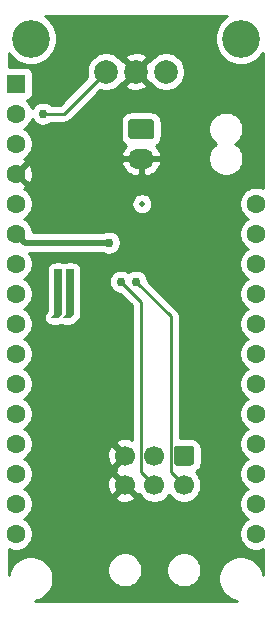
<source format=gbr>
%TF.GenerationSoftware,KiCad,Pcbnew,(5.1.10)-1*%
%TF.CreationDate,2021-08-19T13:56:03-06:00*%
%TF.ProjectId,Remote Ocean Acidification Monitor,52656d6f-7465-4204-9f63-65616e204163,rev?*%
%TF.SameCoordinates,Original*%
%TF.FileFunction,Copper,L2,Bot*%
%TF.FilePolarity,Positive*%
%FSLAX46Y46*%
G04 Gerber Fmt 4.6, Leading zero omitted, Abs format (unit mm)*
G04 Created by KiCad (PCBNEW (5.1.10)-1) date 2021-08-19 13:56:03*
%MOMM*%
%LPD*%
G01*
G04 APERTURE LIST*
%TA.AperFunction,SMDPad,CuDef*%
%ADD10C,0.100000*%
%TD*%
%TA.AperFunction,ComponentPad*%
%ADD11O,2.200000X1.700000*%
%TD*%
%TA.AperFunction,ComponentPad*%
%ADD12C,1.700000*%
%TD*%
%TA.AperFunction,ComponentPad*%
%ADD13C,1.600000*%
%TD*%
%TA.AperFunction,ComponentPad*%
%ADD14R,1.600000X1.600000*%
%TD*%
%TA.AperFunction,WasherPad*%
%ADD15C,3.200000*%
%TD*%
%TA.AperFunction,ComponentPad*%
%ADD16C,2.000000*%
%TD*%
%TA.AperFunction,SMDPad,CuDef*%
%ADD17C,0.500000*%
%TD*%
%TA.AperFunction,ViaPad*%
%ADD18C,0.762000*%
%TD*%
%TA.AperFunction,Conductor*%
%ADD19C,0.508000*%
%TD*%
%TA.AperFunction,Conductor*%
%ADD20C,0.254000*%
%TD*%
%TA.AperFunction,Conductor*%
%ADD21C,0.100000*%
%TD*%
G04 APERTURE END LIST*
%TA.AperFunction,SMDPad,CuDef*%
D10*
%TO.P,REF\u002A\u002A,1*%
%TO.N,N/C*%
G36*
X132129039Y-104657755D02*
G01*
X132126194Y-104667134D01*
X132121573Y-104675779D01*
X132115355Y-104683355D01*
X131861355Y-104937355D01*
X131853779Y-104943573D01*
X131845134Y-104948194D01*
X131835755Y-104951039D01*
X131826000Y-104952000D01*
X131318000Y-104952000D01*
X131308245Y-104951039D01*
X131298866Y-104948194D01*
X131290221Y-104943573D01*
X131282645Y-104937355D01*
X131276427Y-104929779D01*
X131271806Y-104921134D01*
X131268961Y-104911755D01*
X131268000Y-104902000D01*
X131268961Y-104892245D01*
X131271806Y-104882866D01*
X131276427Y-104874221D01*
X131282645Y-104866645D01*
X131522000Y-104627290D01*
X131522000Y-100838000D01*
X131522961Y-100828245D01*
X131525806Y-100818866D01*
X131530427Y-100810221D01*
X131536645Y-100802645D01*
X131544221Y-100796427D01*
X131552866Y-100791806D01*
X131562245Y-100788961D01*
X131572000Y-100788000D01*
X132080000Y-100788000D01*
X132089755Y-100788961D01*
X132099134Y-100791806D01*
X132107779Y-100796427D01*
X132115355Y-100802645D01*
X132121573Y-100810221D01*
X132126194Y-100818866D01*
X132129039Y-100828245D01*
X132130000Y-100838000D01*
X132130000Y-104648000D01*
X132129039Y-104657755D01*
G37*
%TD.AperFunction*%
%TA.AperFunction,SMDPad,CuDef*%
%TO.P,REF\u002A\u002A,2*%
G36*
X133145039Y-104657755D02*
G01*
X133142194Y-104667134D01*
X133137573Y-104675779D01*
X133131355Y-104683355D01*
X132877355Y-104937355D01*
X132869779Y-104943573D01*
X132861134Y-104948194D01*
X132851755Y-104951039D01*
X132842000Y-104952000D01*
X132334000Y-104952000D01*
X132324245Y-104951039D01*
X132314866Y-104948194D01*
X132306221Y-104943573D01*
X132298645Y-104937355D01*
X132292427Y-104929779D01*
X132287806Y-104921134D01*
X132284961Y-104911755D01*
X132284000Y-104902000D01*
X132284961Y-104892245D01*
X132287806Y-104882866D01*
X132292427Y-104874221D01*
X132298645Y-104866645D01*
X132538000Y-104627290D01*
X132538000Y-100838000D01*
X132538961Y-100828245D01*
X132541806Y-100818866D01*
X132546427Y-100810221D01*
X132552645Y-100802645D01*
X132560221Y-100796427D01*
X132568866Y-100791806D01*
X132578245Y-100788961D01*
X132588000Y-100788000D01*
X133096000Y-100788000D01*
X133105755Y-100788961D01*
X133115134Y-100791806D01*
X133123779Y-100796427D01*
X133131355Y-100802645D01*
X133137573Y-100810221D01*
X133142194Y-100818866D01*
X133145039Y-100828245D01*
X133146000Y-100838000D01*
X133146000Y-104648000D01*
X133145039Y-104657755D01*
G37*
%TD.AperFunction*%
%TD*%
D11*
%TO.P,J1,2*%
%TO.N,GND*%
X138870000Y-91440000D03*
%TO.P,J1,1*%
%TO.N,+VDC*%
%TA.AperFunction,ComponentPad*%
G36*
G01*
X137770000Y-89540000D02*
X137770000Y-88340000D01*
G75*
G02*
X138020000Y-88090000I250000J0D01*
G01*
X139720000Y-88090000D01*
G75*
G02*
X139970000Y-88340000I0J-250000D01*
G01*
X139970000Y-89540000D01*
G75*
G02*
X139720000Y-89790000I-250000J0D01*
G01*
X138020000Y-89790000D01*
G75*
G02*
X137770000Y-89540000I0J250000D01*
G01*
G37*
%TD.AperFunction*%
%TD*%
D12*
%TO.P,J2,6*%
%TO.N,GND*%
X137494000Y-119086000D03*
%TO.P,J2,5*%
%TO.N,/T1OUT*%
X139994000Y-119086000D03*
%TO.P,J2,4*%
%TO.N,/R1IN*%
X142494000Y-119086000D03*
%TO.P,J2,3*%
%TO.N,GND*%
X137494000Y-116586000D03*
%TO.P,J2,2*%
%TO.N,/T2OUT*%
X139994000Y-116586000D03*
%TO.P,J2,1*%
%TO.N,/R2IN*%
%TA.AperFunction,ComponentPad*%
G36*
G01*
X141894000Y-115736000D02*
X143094000Y-115736000D01*
G75*
G02*
X143344000Y-115986000I0J-250000D01*
G01*
X143344000Y-117186000D01*
G75*
G02*
X143094000Y-117436000I-250000J0D01*
G01*
X141894000Y-117436000D01*
G75*
G02*
X141644000Y-117186000I0J250000D01*
G01*
X141644000Y-115986000D01*
G75*
G02*
X141894000Y-115736000I250000J0D01*
G01*
G37*
%TD.AperFunction*%
%TD*%
D13*
%TO.P,A1,16*%
%TO.N,N/C*%
X128270000Y-123190000D03*
%TO.P,A1,15*%
%TO.N,/T1IN*%
X128270000Y-120650000D03*
%TO.P,A1,14*%
%TO.N,/R1OUT*%
X128270000Y-118110000D03*
%TO.P,A1,13*%
%TO.N,N/C*%
X128270000Y-115570000D03*
%TO.P,A1,12*%
X128270000Y-113030000D03*
%TO.P,A1,11*%
X128270000Y-110490000D03*
%TO.P,A1,10*%
X128270000Y-107950000D03*
%TO.P,A1,9*%
X128270000Y-105410000D03*
%TO.P,A1,8*%
X128270000Y-102870000D03*
%TO.P,A1,7*%
X128270000Y-100330000D03*
%TO.P,A1,6*%
%TO.N,/VBUS_LVL*%
X128270000Y-97790000D03*
%TO.P,A1,5*%
%TO.N,/VBATT_LVL*%
X128270000Y-95250000D03*
%TO.P,A1,4*%
%TO.N,GND*%
X128270000Y-92710000D03*
%TO.P,A1,3*%
%TO.N,N/C*%
X128270000Y-90170000D03*
%TO.P,A1,2*%
%TO.N,+3V3*%
X128270000Y-87630000D03*
D14*
%TO.P,A1,1*%
%TO.N,N/C*%
X128270000Y-85090000D03*
D13*
%TO.P,A1,28*%
X148590000Y-95250000D03*
%TO.P,A1,27*%
X148590000Y-97790000D03*
%TO.P,A1,26*%
%TO.N,VBUS*%
X148590000Y-100330000D03*
%TO.P,A1,25*%
%TO.N,N/C*%
X148590000Y-102870000D03*
%TO.P,A1,24*%
X148590000Y-105410000D03*
%TO.P,A1,23*%
%TO.N,/R2OUT*%
X148590000Y-107950000D03*
%TO.P,A1,22*%
%TO.N,/T2IN*%
X148590000Y-110490000D03*
%TO.P,A1,21*%
%TO.N,N/C*%
X148590000Y-113030000D03*
%TO.P,A1,20*%
X148590000Y-115570000D03*
%TO.P,A1,19*%
X148590000Y-118110000D03*
%TO.P,A1,18*%
X148590000Y-120650000D03*
%TO.P,A1,17*%
X148590000Y-123190000D03*
D15*
%TO.P,A1,*%
%TO.N,*%
X147320000Y-81280000D03*
X129540000Y-81280000D03*
%TD*%
D16*
%TO.P,U1,3*%
%TO.N,+4V*%
X140970000Y-84074000D03*
%TO.P,U1,2*%
%TO.N,GND*%
X138430000Y-84074000D03*
%TO.P,U1,1*%
%TO.N,+VDC*%
X135890000Y-84074000D03*
%TD*%
D17*
%TO.P,FID1,*%
%TO.N,*%
X138938000Y-95250000D03*
%TD*%
D18*
%TO.N,+VDC*%
X130556000Y-87630000D03*
%TO.N,GND*%
X138176000Y-98806000D03*
X130556000Y-97028000D03*
%TO.N,/R1IN*%
X138430000Y-101854000D03*
%TO.N,/T1OUT*%
X137160000Y-101854000D03*
%TO.N,/VBUS_LVL*%
X136144000Y-98552000D03*
%TD*%
D19*
%TO.N,+VDC*%
X138870000Y-88940000D02*
X138870000Y-88832000D01*
D20*
X132334000Y-87630000D02*
X135890000Y-84074000D01*
X130556000Y-87630000D02*
X132334000Y-87630000D01*
%TO.N,/R1IN*%
X141364590Y-117956590D02*
X142494000Y-119086000D01*
X141364590Y-104788590D02*
X141364590Y-117956590D01*
X138430000Y-101854000D02*
X141364590Y-104788590D01*
%TO.N,/T1OUT*%
X138864599Y-117956599D02*
X139994000Y-119086000D01*
X138864599Y-103558599D02*
X138864599Y-117956599D01*
X137160000Y-101854000D02*
X138864599Y-103558599D01*
D19*
%TO.N,/VBUS_LVL*%
X129032000Y-98552000D02*
X128270000Y-97790000D01*
X136144000Y-98552000D02*
X129032000Y-98552000D01*
%TD*%
D20*
%TO.N,GND*%
X145895271Y-79543962D02*
X145583962Y-79855271D01*
X145339369Y-80221331D01*
X145170890Y-80628075D01*
X145085000Y-81059872D01*
X145085000Y-81500128D01*
X145170890Y-81931925D01*
X145339369Y-82338669D01*
X145583962Y-82704729D01*
X145895271Y-83016038D01*
X146261331Y-83260631D01*
X146668075Y-83429110D01*
X147099872Y-83515000D01*
X147540128Y-83515000D01*
X147971925Y-83429110D01*
X148378669Y-83260631D01*
X148744729Y-83016038D01*
X149056038Y-82704729D01*
X149200000Y-82489274D01*
X149200000Y-93949438D01*
X149008574Y-93870147D01*
X148731335Y-93815000D01*
X148448665Y-93815000D01*
X148171426Y-93870147D01*
X147910273Y-93978320D01*
X147675241Y-94135363D01*
X147475363Y-94335241D01*
X147318320Y-94570273D01*
X147210147Y-94831426D01*
X147155000Y-95108665D01*
X147155000Y-95391335D01*
X147210147Y-95668574D01*
X147318320Y-95929727D01*
X147475363Y-96164759D01*
X147675241Y-96364637D01*
X147907759Y-96520000D01*
X147675241Y-96675363D01*
X147475363Y-96875241D01*
X147318320Y-97110273D01*
X147210147Y-97371426D01*
X147155000Y-97648665D01*
X147155000Y-97931335D01*
X147210147Y-98208574D01*
X147318320Y-98469727D01*
X147475363Y-98704759D01*
X147675241Y-98904637D01*
X147907759Y-99060000D01*
X147675241Y-99215363D01*
X147475363Y-99415241D01*
X147318320Y-99650273D01*
X147210147Y-99911426D01*
X147155000Y-100188665D01*
X147155000Y-100471335D01*
X147210147Y-100748574D01*
X147318320Y-101009727D01*
X147475363Y-101244759D01*
X147675241Y-101444637D01*
X147907759Y-101600000D01*
X147675241Y-101755363D01*
X147475363Y-101955241D01*
X147318320Y-102190273D01*
X147210147Y-102451426D01*
X147155000Y-102728665D01*
X147155000Y-103011335D01*
X147210147Y-103288574D01*
X147318320Y-103549727D01*
X147475363Y-103784759D01*
X147675241Y-103984637D01*
X147907759Y-104140000D01*
X147675241Y-104295363D01*
X147475363Y-104495241D01*
X147318320Y-104730273D01*
X147210147Y-104991426D01*
X147155000Y-105268665D01*
X147155000Y-105551335D01*
X147210147Y-105828574D01*
X147318320Y-106089727D01*
X147475363Y-106324759D01*
X147675241Y-106524637D01*
X147907759Y-106680000D01*
X147675241Y-106835363D01*
X147475363Y-107035241D01*
X147318320Y-107270273D01*
X147210147Y-107531426D01*
X147155000Y-107808665D01*
X147155000Y-108091335D01*
X147210147Y-108368574D01*
X147318320Y-108629727D01*
X147475363Y-108864759D01*
X147675241Y-109064637D01*
X147907759Y-109220000D01*
X147675241Y-109375363D01*
X147475363Y-109575241D01*
X147318320Y-109810273D01*
X147210147Y-110071426D01*
X147155000Y-110348665D01*
X147155000Y-110631335D01*
X147210147Y-110908574D01*
X147318320Y-111169727D01*
X147475363Y-111404759D01*
X147675241Y-111604637D01*
X147907759Y-111760000D01*
X147675241Y-111915363D01*
X147475363Y-112115241D01*
X147318320Y-112350273D01*
X147210147Y-112611426D01*
X147155000Y-112888665D01*
X147155000Y-113171335D01*
X147210147Y-113448574D01*
X147318320Y-113709727D01*
X147475363Y-113944759D01*
X147675241Y-114144637D01*
X147907759Y-114300000D01*
X147675241Y-114455363D01*
X147475363Y-114655241D01*
X147318320Y-114890273D01*
X147210147Y-115151426D01*
X147155000Y-115428665D01*
X147155000Y-115711335D01*
X147210147Y-115988574D01*
X147318320Y-116249727D01*
X147475363Y-116484759D01*
X147675241Y-116684637D01*
X147907759Y-116840000D01*
X147675241Y-116995363D01*
X147475363Y-117195241D01*
X147318320Y-117430273D01*
X147210147Y-117691426D01*
X147155000Y-117968665D01*
X147155000Y-118251335D01*
X147210147Y-118528574D01*
X147318320Y-118789727D01*
X147475363Y-119024759D01*
X147675241Y-119224637D01*
X147907759Y-119380000D01*
X147675241Y-119535363D01*
X147475363Y-119735241D01*
X147318320Y-119970273D01*
X147210147Y-120231426D01*
X147155000Y-120508665D01*
X147155000Y-120791335D01*
X147210147Y-121068574D01*
X147318320Y-121329727D01*
X147475363Y-121564759D01*
X147675241Y-121764637D01*
X147907759Y-121920000D01*
X147675241Y-122075363D01*
X147475363Y-122275241D01*
X147318320Y-122510273D01*
X147210147Y-122771426D01*
X147155000Y-123048665D01*
X147155000Y-123331335D01*
X147210147Y-123608574D01*
X147318320Y-123869727D01*
X147475363Y-124104759D01*
X147675241Y-124304637D01*
X147910273Y-124461680D01*
X148171426Y-124569853D01*
X148448665Y-124625000D01*
X148731335Y-124625000D01*
X149008574Y-124569853D01*
X149200001Y-124490561D01*
X149200001Y-126686697D01*
X149151791Y-126444332D01*
X149008189Y-126097644D01*
X148799710Y-125785634D01*
X148534366Y-125520290D01*
X148222356Y-125311811D01*
X147875668Y-125168209D01*
X147507626Y-125095000D01*
X147132374Y-125095000D01*
X146764332Y-125168209D01*
X146417644Y-125311811D01*
X146105634Y-125520290D01*
X145840290Y-125785634D01*
X145631811Y-126097644D01*
X145488209Y-126444332D01*
X145415000Y-126812374D01*
X145415000Y-127187626D01*
X145488209Y-127555668D01*
X145631811Y-127902356D01*
X145840290Y-128214366D01*
X146105634Y-128479710D01*
X146417644Y-128688189D01*
X146764332Y-128831791D01*
X147006692Y-128880000D01*
X129853308Y-128880000D01*
X130095668Y-128831791D01*
X130442356Y-128688189D01*
X130754366Y-128479710D01*
X131019710Y-128214366D01*
X131228189Y-127902356D01*
X131371791Y-127555668D01*
X131445000Y-127187626D01*
X131445000Y-126812374D01*
X131371791Y-126444332D01*
X131237342Y-126119740D01*
X136009000Y-126119740D01*
X136009000Y-126412260D01*
X136066068Y-126699158D01*
X136178010Y-126969411D01*
X136340525Y-127212632D01*
X136547368Y-127419475D01*
X136790589Y-127581990D01*
X137060842Y-127693932D01*
X137347740Y-127751000D01*
X137640260Y-127751000D01*
X137927158Y-127693932D01*
X138197411Y-127581990D01*
X138440632Y-127419475D01*
X138647475Y-127212632D01*
X138809990Y-126969411D01*
X138921932Y-126699158D01*
X138979000Y-126412260D01*
X138979000Y-126119740D01*
X141009000Y-126119740D01*
X141009000Y-126412260D01*
X141066068Y-126699158D01*
X141178010Y-126969411D01*
X141340525Y-127212632D01*
X141547368Y-127419475D01*
X141790589Y-127581990D01*
X142060842Y-127693932D01*
X142347740Y-127751000D01*
X142640260Y-127751000D01*
X142927158Y-127693932D01*
X143197411Y-127581990D01*
X143440632Y-127419475D01*
X143647475Y-127212632D01*
X143809990Y-126969411D01*
X143921932Y-126699158D01*
X143979000Y-126412260D01*
X143979000Y-126119740D01*
X143921932Y-125832842D01*
X143809990Y-125562589D01*
X143647475Y-125319368D01*
X143440632Y-125112525D01*
X143197411Y-124950010D01*
X142927158Y-124838068D01*
X142640260Y-124781000D01*
X142347740Y-124781000D01*
X142060842Y-124838068D01*
X141790589Y-124950010D01*
X141547368Y-125112525D01*
X141340525Y-125319368D01*
X141178010Y-125562589D01*
X141066068Y-125832842D01*
X141009000Y-126119740D01*
X138979000Y-126119740D01*
X138921932Y-125832842D01*
X138809990Y-125562589D01*
X138647475Y-125319368D01*
X138440632Y-125112525D01*
X138197411Y-124950010D01*
X137927158Y-124838068D01*
X137640260Y-124781000D01*
X137347740Y-124781000D01*
X137060842Y-124838068D01*
X136790589Y-124950010D01*
X136547368Y-125112525D01*
X136340525Y-125319368D01*
X136178010Y-125562589D01*
X136066068Y-125832842D01*
X136009000Y-126119740D01*
X131237342Y-126119740D01*
X131228189Y-126097644D01*
X131019710Y-125785634D01*
X130754366Y-125520290D01*
X130442356Y-125311811D01*
X130095668Y-125168209D01*
X129727626Y-125095000D01*
X129352374Y-125095000D01*
X128984332Y-125168209D01*
X128637644Y-125311811D01*
X128325634Y-125520290D01*
X128060290Y-125785634D01*
X127851811Y-126097644D01*
X127708209Y-126444332D01*
X127660000Y-126686692D01*
X127660000Y-124490562D01*
X127851426Y-124569853D01*
X128128665Y-124625000D01*
X128411335Y-124625000D01*
X128688574Y-124569853D01*
X128949727Y-124461680D01*
X129184759Y-124304637D01*
X129384637Y-124104759D01*
X129541680Y-123869727D01*
X129649853Y-123608574D01*
X129705000Y-123331335D01*
X129705000Y-123048665D01*
X129649853Y-122771426D01*
X129541680Y-122510273D01*
X129384637Y-122275241D01*
X129184759Y-122075363D01*
X128952241Y-121920000D01*
X129184759Y-121764637D01*
X129384637Y-121564759D01*
X129541680Y-121329727D01*
X129649853Y-121068574D01*
X129705000Y-120791335D01*
X129705000Y-120508665D01*
X129649853Y-120231426D01*
X129601379Y-120114397D01*
X136645208Y-120114397D01*
X136722843Y-120363472D01*
X136986883Y-120489371D01*
X137270411Y-120561339D01*
X137562531Y-120576611D01*
X137852019Y-120534599D01*
X138127747Y-120436919D01*
X138265157Y-120363472D01*
X138342792Y-120114397D01*
X137494000Y-119265605D01*
X136645208Y-120114397D01*
X129601379Y-120114397D01*
X129541680Y-119970273D01*
X129384637Y-119735241D01*
X129184759Y-119535363D01*
X128952241Y-119380000D01*
X129184759Y-119224637D01*
X129254865Y-119154531D01*
X136003389Y-119154531D01*
X136045401Y-119444019D01*
X136143081Y-119719747D01*
X136216528Y-119857157D01*
X136465603Y-119934792D01*
X137314395Y-119086000D01*
X136465603Y-118237208D01*
X136216528Y-118314843D01*
X136090629Y-118578883D01*
X136018661Y-118862411D01*
X136003389Y-119154531D01*
X129254865Y-119154531D01*
X129384637Y-119024759D01*
X129541680Y-118789727D01*
X129649853Y-118528574D01*
X129705000Y-118251335D01*
X129705000Y-117968665D01*
X129649853Y-117691426D01*
X129541680Y-117430273D01*
X129384637Y-117195241D01*
X129184759Y-116995363D01*
X128952241Y-116840000D01*
X129184759Y-116684637D01*
X129214865Y-116654531D01*
X136003389Y-116654531D01*
X136045401Y-116944019D01*
X136143081Y-117219747D01*
X136216528Y-117357157D01*
X136465603Y-117434792D01*
X137314395Y-116586000D01*
X136465603Y-115737208D01*
X136216528Y-115814843D01*
X136090629Y-116078883D01*
X136018661Y-116362411D01*
X136003389Y-116654531D01*
X129214865Y-116654531D01*
X129384637Y-116484759D01*
X129541680Y-116249727D01*
X129649853Y-115988574D01*
X129705000Y-115711335D01*
X129705000Y-115428665D01*
X129649853Y-115151426D01*
X129541680Y-114890273D01*
X129384637Y-114655241D01*
X129184759Y-114455363D01*
X128952241Y-114300000D01*
X129184759Y-114144637D01*
X129384637Y-113944759D01*
X129541680Y-113709727D01*
X129649853Y-113448574D01*
X129705000Y-113171335D01*
X129705000Y-112888665D01*
X129649853Y-112611426D01*
X129541680Y-112350273D01*
X129384637Y-112115241D01*
X129184759Y-111915363D01*
X128952241Y-111760000D01*
X129184759Y-111604637D01*
X129384637Y-111404759D01*
X129541680Y-111169727D01*
X129649853Y-110908574D01*
X129705000Y-110631335D01*
X129705000Y-110348665D01*
X129649853Y-110071426D01*
X129541680Y-109810273D01*
X129384637Y-109575241D01*
X129184759Y-109375363D01*
X128952241Y-109220000D01*
X129184759Y-109064637D01*
X129384637Y-108864759D01*
X129541680Y-108629727D01*
X129649853Y-108368574D01*
X129705000Y-108091335D01*
X129705000Y-107808665D01*
X129649853Y-107531426D01*
X129541680Y-107270273D01*
X129384637Y-107035241D01*
X129184759Y-106835363D01*
X128952241Y-106680000D01*
X129184759Y-106524637D01*
X129384637Y-106324759D01*
X129541680Y-106089727D01*
X129649853Y-105828574D01*
X129705000Y-105551335D01*
X129705000Y-105268665D01*
X129649853Y-104991426D01*
X129586901Y-104839444D01*
X130633002Y-104839444D01*
X130633002Y-104964556D01*
X130633963Y-104974311D01*
X130658363Y-105096972D01*
X130661208Y-105106351D01*
X130709081Y-105221927D01*
X130713702Y-105230572D01*
X130783208Y-105334589D01*
X130789426Y-105342165D01*
X130877835Y-105430574D01*
X130885411Y-105436792D01*
X130989428Y-105506298D01*
X130998073Y-105510919D01*
X131113649Y-105558792D01*
X131123028Y-105561637D01*
X131245689Y-105586037D01*
X131255444Y-105586998D01*
X131318000Y-105590072D01*
X131826000Y-105590072D01*
X131888556Y-105586998D01*
X131898311Y-105586037D01*
X132020972Y-105561637D01*
X132030351Y-105558792D01*
X132080000Y-105538227D01*
X132129649Y-105558792D01*
X132139028Y-105561637D01*
X132261689Y-105586037D01*
X132271444Y-105586998D01*
X132334000Y-105590072D01*
X132842000Y-105590072D01*
X132904556Y-105586998D01*
X132914311Y-105586037D01*
X133036972Y-105561637D01*
X133046351Y-105558792D01*
X133161927Y-105510919D01*
X133170572Y-105506298D01*
X133274589Y-105436792D01*
X133282165Y-105430574D01*
X133328540Y-105388540D01*
X133582540Y-105134540D01*
X133624574Y-105088165D01*
X133630792Y-105080589D01*
X133700298Y-104976572D01*
X133704919Y-104967927D01*
X133752792Y-104852351D01*
X133755637Y-104842972D01*
X133780037Y-104720311D01*
X133780998Y-104710556D01*
X133784072Y-104648000D01*
X133784072Y-101753933D01*
X136144000Y-101753933D01*
X136144000Y-101954067D01*
X136183044Y-102150356D01*
X136259632Y-102335256D01*
X136370821Y-102501662D01*
X136512338Y-102643179D01*
X136678744Y-102754368D01*
X136863644Y-102830956D01*
X137059933Y-102870000D01*
X137098370Y-102870000D01*
X138102599Y-103874230D01*
X138102600Y-115231018D01*
X138001117Y-115182629D01*
X137717589Y-115110661D01*
X137425469Y-115095389D01*
X137135981Y-115137401D01*
X136860253Y-115235081D01*
X136722843Y-115308528D01*
X136645208Y-115557603D01*
X137494000Y-116406395D01*
X137508143Y-116392253D01*
X137687748Y-116571858D01*
X137673605Y-116586000D01*
X137687748Y-116600143D01*
X137508143Y-116779748D01*
X137494000Y-116765605D01*
X136645208Y-117614397D01*
X136714280Y-117836000D01*
X136645208Y-118057603D01*
X137494000Y-118906395D01*
X137508143Y-118892253D01*
X137687748Y-119071858D01*
X137673605Y-119086000D01*
X138522397Y-119934792D01*
X138731584Y-119869590D01*
X138840525Y-120032632D01*
X139047368Y-120239475D01*
X139290589Y-120401990D01*
X139560842Y-120513932D01*
X139847740Y-120571000D01*
X140140260Y-120571000D01*
X140427158Y-120513932D01*
X140697411Y-120401990D01*
X140940632Y-120239475D01*
X141147475Y-120032632D01*
X141244000Y-119888172D01*
X141340525Y-120032632D01*
X141547368Y-120239475D01*
X141790589Y-120401990D01*
X142060842Y-120513932D01*
X142347740Y-120571000D01*
X142640260Y-120571000D01*
X142927158Y-120513932D01*
X143197411Y-120401990D01*
X143440632Y-120239475D01*
X143647475Y-120032632D01*
X143809990Y-119789411D01*
X143921932Y-119519158D01*
X143979000Y-119232260D01*
X143979000Y-118939740D01*
X143921932Y-118652842D01*
X143809990Y-118382589D01*
X143647475Y-118139368D01*
X143486459Y-117978352D01*
X143587386Y-117924405D01*
X143721962Y-117813962D01*
X143832405Y-117679386D01*
X143914472Y-117525850D01*
X143965008Y-117359254D01*
X143982072Y-117186000D01*
X143982072Y-115986000D01*
X143965008Y-115812746D01*
X143914472Y-115646150D01*
X143832405Y-115492614D01*
X143721962Y-115358038D01*
X143587386Y-115247595D01*
X143433850Y-115165528D01*
X143267254Y-115114992D01*
X143094000Y-115097928D01*
X142126590Y-115097928D01*
X142126590Y-104826013D01*
X142130276Y-104788590D01*
X142123551Y-104720311D01*
X142115564Y-104639212D01*
X142071992Y-104495575D01*
X142001236Y-104363199D01*
X142001235Y-104363197D01*
X141929869Y-104276238D01*
X141906012Y-104247168D01*
X141876943Y-104223312D01*
X139446000Y-101792370D01*
X139446000Y-101753933D01*
X139406956Y-101557644D01*
X139330368Y-101372744D01*
X139219179Y-101206338D01*
X139077662Y-101064821D01*
X138911256Y-100953632D01*
X138726356Y-100877044D01*
X138530067Y-100838000D01*
X138329933Y-100838000D01*
X138133644Y-100877044D01*
X137948744Y-100953632D01*
X137795000Y-101056361D01*
X137641256Y-100953632D01*
X137456356Y-100877044D01*
X137260067Y-100838000D01*
X137059933Y-100838000D01*
X136863644Y-100877044D01*
X136678744Y-100953632D01*
X136512338Y-101064821D01*
X136370821Y-101206338D01*
X136259632Y-101372744D01*
X136183044Y-101557644D01*
X136144000Y-101753933D01*
X133784072Y-101753933D01*
X133784072Y-100838000D01*
X133780998Y-100775444D01*
X133780037Y-100765689D01*
X133755637Y-100643028D01*
X133752792Y-100633649D01*
X133704919Y-100518073D01*
X133700298Y-100509428D01*
X133630792Y-100405411D01*
X133624574Y-100397835D01*
X133536165Y-100309426D01*
X133528589Y-100303208D01*
X133424572Y-100233702D01*
X133415927Y-100229081D01*
X133300351Y-100181208D01*
X133290972Y-100178363D01*
X133168311Y-100153963D01*
X133158556Y-100153002D01*
X133096000Y-100149928D01*
X132588000Y-100149928D01*
X132525444Y-100153002D01*
X132515689Y-100153963D01*
X132393028Y-100178363D01*
X132383649Y-100181208D01*
X132334000Y-100201773D01*
X132284351Y-100181208D01*
X132274972Y-100178363D01*
X132152311Y-100153963D01*
X132142556Y-100153002D01*
X132080000Y-100149928D01*
X131572000Y-100149928D01*
X131509444Y-100153002D01*
X131499689Y-100153963D01*
X131377028Y-100178363D01*
X131367649Y-100181208D01*
X131252073Y-100229081D01*
X131243428Y-100233702D01*
X131139411Y-100303208D01*
X131131835Y-100309426D01*
X131043426Y-100397835D01*
X131037208Y-100405411D01*
X130967702Y-100509428D01*
X130963081Y-100518073D01*
X130915208Y-100633649D01*
X130912363Y-100643028D01*
X130887963Y-100765689D01*
X130887002Y-100775444D01*
X130883928Y-100838000D01*
X130883928Y-104362992D01*
X130831460Y-104415460D01*
X130789426Y-104461835D01*
X130783208Y-104469411D01*
X130713702Y-104573428D01*
X130709081Y-104582073D01*
X130661208Y-104697649D01*
X130658363Y-104707028D01*
X130633963Y-104829689D01*
X130633002Y-104839444D01*
X129586901Y-104839444D01*
X129541680Y-104730273D01*
X129384637Y-104495241D01*
X129184759Y-104295363D01*
X128952241Y-104140000D01*
X129184759Y-103984637D01*
X129384637Y-103784759D01*
X129541680Y-103549727D01*
X129649853Y-103288574D01*
X129705000Y-103011335D01*
X129705000Y-102728665D01*
X129649853Y-102451426D01*
X129541680Y-102190273D01*
X129384637Y-101955241D01*
X129184759Y-101755363D01*
X128952241Y-101600000D01*
X129184759Y-101444637D01*
X129384637Y-101244759D01*
X129541680Y-101009727D01*
X129649853Y-100748574D01*
X129705000Y-100471335D01*
X129705000Y-100188665D01*
X129649853Y-99911426D01*
X129541680Y-99650273D01*
X129401849Y-99441000D01*
X135645731Y-99441000D01*
X135662744Y-99452368D01*
X135847644Y-99528956D01*
X136043933Y-99568000D01*
X136244067Y-99568000D01*
X136440356Y-99528956D01*
X136625256Y-99452368D01*
X136791662Y-99341179D01*
X136933179Y-99199662D01*
X137044368Y-99033256D01*
X137120956Y-98848356D01*
X137160000Y-98652067D01*
X137160000Y-98451933D01*
X137120956Y-98255644D01*
X137044368Y-98070744D01*
X136933179Y-97904338D01*
X136791662Y-97762821D01*
X136625256Y-97651632D01*
X136440356Y-97575044D01*
X136244067Y-97536000D01*
X136043933Y-97536000D01*
X135847644Y-97575044D01*
X135662744Y-97651632D01*
X135645731Y-97663000D01*
X129705000Y-97663000D01*
X129705000Y-97648665D01*
X129649853Y-97371426D01*
X129541680Y-97110273D01*
X129384637Y-96875241D01*
X129184759Y-96675363D01*
X128952241Y-96520000D01*
X129184759Y-96364637D01*
X129384637Y-96164759D01*
X129541680Y-95929727D01*
X129649853Y-95668574D01*
X129705000Y-95391335D01*
X129705000Y-95162835D01*
X138053000Y-95162835D01*
X138053000Y-95337165D01*
X138087010Y-95508145D01*
X138153723Y-95669205D01*
X138250576Y-95814155D01*
X138373845Y-95937424D01*
X138518795Y-96034277D01*
X138679855Y-96100990D01*
X138850835Y-96135000D01*
X139025165Y-96135000D01*
X139196145Y-96100990D01*
X139357205Y-96034277D01*
X139502155Y-95937424D01*
X139625424Y-95814155D01*
X139722277Y-95669205D01*
X139788990Y-95508145D01*
X139823000Y-95337165D01*
X139823000Y-95162835D01*
X139788990Y-94991855D01*
X139722277Y-94830795D01*
X139625424Y-94685845D01*
X139502155Y-94562576D01*
X139357205Y-94465723D01*
X139196145Y-94399010D01*
X139025165Y-94365000D01*
X138850835Y-94365000D01*
X138679855Y-94399010D01*
X138518795Y-94465723D01*
X138373845Y-94562576D01*
X138250576Y-94685845D01*
X138153723Y-94830795D01*
X138087010Y-94991855D01*
X138053000Y-95162835D01*
X129705000Y-95162835D01*
X129705000Y-95108665D01*
X129649853Y-94831426D01*
X129541680Y-94570273D01*
X129384637Y-94335241D01*
X129184759Y-94135363D01*
X128950872Y-93979085D01*
X129011514Y-93946671D01*
X129083097Y-93702702D01*
X128270000Y-92889605D01*
X128255858Y-92903748D01*
X128076253Y-92724143D01*
X128090395Y-92710000D01*
X128449605Y-92710000D01*
X129262702Y-93523097D01*
X129506671Y-93451514D01*
X129627571Y-93196004D01*
X129696300Y-92921816D01*
X129710217Y-92639488D01*
X129668787Y-92359870D01*
X129573603Y-92093708D01*
X129506671Y-91968486D01*
X129262702Y-91896903D01*
X128449605Y-92710000D01*
X128090395Y-92710000D01*
X128076253Y-92695858D01*
X128255858Y-92516253D01*
X128270000Y-92530395D01*
X129003505Y-91796890D01*
X137178524Y-91796890D01*
X137199643Y-91907493D01*
X137318138Y-92175608D01*
X137486663Y-92415454D01*
X137698741Y-92617814D01*
X137946223Y-92774911D01*
X138219598Y-92880708D01*
X138508360Y-92931140D01*
X138743000Y-92771496D01*
X138743000Y-91567000D01*
X138997000Y-91567000D01*
X138997000Y-92771496D01*
X139231640Y-92931140D01*
X139520402Y-92880708D01*
X139793777Y-92774911D01*
X140041259Y-92617814D01*
X140253337Y-92415454D01*
X140421862Y-92175608D01*
X140540357Y-91907493D01*
X140561476Y-91796890D01*
X140440155Y-91567000D01*
X138997000Y-91567000D01*
X138743000Y-91567000D01*
X137299845Y-91567000D01*
X137178524Y-91796890D01*
X129003505Y-91796890D01*
X129083097Y-91717298D01*
X129011514Y-91473329D01*
X128947008Y-91442806D01*
X128949727Y-91441680D01*
X129184759Y-91284637D01*
X129384637Y-91084759D01*
X129541680Y-90849727D01*
X129649853Y-90588574D01*
X129705000Y-90311335D01*
X129705000Y-90028665D01*
X129649853Y-89751426D01*
X129541680Y-89490273D01*
X129384637Y-89255241D01*
X129184759Y-89055363D01*
X128952241Y-88900000D01*
X129184759Y-88744637D01*
X129384637Y-88544759D01*
X129541680Y-88309727D01*
X129639761Y-88072939D01*
X129655632Y-88111256D01*
X129766821Y-88277662D01*
X129908338Y-88419179D01*
X130074744Y-88530368D01*
X130259644Y-88606956D01*
X130455933Y-88646000D01*
X130656067Y-88646000D01*
X130852356Y-88606956D01*
X131037256Y-88530368D01*
X131203662Y-88419179D01*
X131230841Y-88392000D01*
X132296577Y-88392000D01*
X132334000Y-88395686D01*
X132371423Y-88392000D01*
X132371426Y-88392000D01*
X132483378Y-88380974D01*
X132618450Y-88340000D01*
X137131928Y-88340000D01*
X137131928Y-89540000D01*
X137148992Y-89713254D01*
X137199528Y-89879850D01*
X137281595Y-90033386D01*
X137392038Y-90167962D01*
X137526614Y-90278405D01*
X137626044Y-90331552D01*
X137486663Y-90464546D01*
X137318138Y-90704392D01*
X137199643Y-90972507D01*
X137178524Y-91083110D01*
X137299845Y-91313000D01*
X138743000Y-91313000D01*
X138743000Y-91293000D01*
X138997000Y-91293000D01*
X138997000Y-91313000D01*
X140440155Y-91313000D01*
X140561476Y-91083110D01*
X140540357Y-90972507D01*
X140421862Y-90704392D01*
X140253337Y-90464546D01*
X140113956Y-90331552D01*
X140213386Y-90278405D01*
X140347962Y-90167962D01*
X140458405Y-90033386D01*
X140540472Y-89879850D01*
X140591008Y-89713254D01*
X140608072Y-89540000D01*
X140608072Y-88793740D01*
X144565000Y-88793740D01*
X144565000Y-89086260D01*
X144622068Y-89373158D01*
X144734010Y-89643411D01*
X144896525Y-89886632D01*
X145103368Y-90093475D01*
X145247828Y-90190000D01*
X145103368Y-90286525D01*
X144896525Y-90493368D01*
X144734010Y-90736589D01*
X144622068Y-91006842D01*
X144565000Y-91293740D01*
X144565000Y-91586260D01*
X144622068Y-91873158D01*
X144734010Y-92143411D01*
X144896525Y-92386632D01*
X145103368Y-92593475D01*
X145346589Y-92755990D01*
X145616842Y-92867932D01*
X145903740Y-92925000D01*
X146196260Y-92925000D01*
X146483158Y-92867932D01*
X146753411Y-92755990D01*
X146996632Y-92593475D01*
X147203475Y-92386632D01*
X147365990Y-92143411D01*
X147477932Y-91873158D01*
X147535000Y-91586260D01*
X147535000Y-91293740D01*
X147477932Y-91006842D01*
X147365990Y-90736589D01*
X147203475Y-90493368D01*
X146996632Y-90286525D01*
X146852172Y-90190000D01*
X146996632Y-90093475D01*
X147203475Y-89886632D01*
X147365990Y-89643411D01*
X147477932Y-89373158D01*
X147535000Y-89086260D01*
X147535000Y-88793740D01*
X147477932Y-88506842D01*
X147365990Y-88236589D01*
X147203475Y-87993368D01*
X146996632Y-87786525D01*
X146753411Y-87624010D01*
X146483158Y-87512068D01*
X146196260Y-87455000D01*
X145903740Y-87455000D01*
X145616842Y-87512068D01*
X145346589Y-87624010D01*
X145103368Y-87786525D01*
X144896525Y-87993368D01*
X144734010Y-88236589D01*
X144622068Y-88506842D01*
X144565000Y-88793740D01*
X140608072Y-88793740D01*
X140608072Y-88340000D01*
X140591008Y-88166746D01*
X140540472Y-88000150D01*
X140458405Y-87846614D01*
X140347962Y-87712038D01*
X140213386Y-87601595D01*
X140059850Y-87519528D01*
X139893254Y-87468992D01*
X139720000Y-87451928D01*
X138020000Y-87451928D01*
X137846746Y-87468992D01*
X137680150Y-87519528D01*
X137526614Y-87601595D01*
X137392038Y-87712038D01*
X137281595Y-87846614D01*
X137199528Y-88000150D01*
X137148992Y-88166746D01*
X137131928Y-88340000D01*
X132618450Y-88340000D01*
X132627015Y-88337402D01*
X132759392Y-88266645D01*
X132875422Y-88171422D01*
X132899284Y-88142346D01*
X135400625Y-85641006D01*
X135413088Y-85646168D01*
X135728967Y-85709000D01*
X136051033Y-85709000D01*
X136366912Y-85646168D01*
X136664463Y-85522918D01*
X136932252Y-85343987D01*
X137066826Y-85209413D01*
X137474192Y-85209413D01*
X137569956Y-85473814D01*
X137859571Y-85614704D01*
X138171108Y-85696384D01*
X138492595Y-85715718D01*
X138811675Y-85671961D01*
X139116088Y-85566795D01*
X139290044Y-85473814D01*
X139385808Y-85209413D01*
X138430000Y-84253605D01*
X137474192Y-85209413D01*
X137066826Y-85209413D01*
X137159987Y-85116252D01*
X137232720Y-85007400D01*
X137294587Y-85029808D01*
X138250395Y-84074000D01*
X138609605Y-84074000D01*
X139565413Y-85029808D01*
X139627280Y-85007400D01*
X139700013Y-85116252D01*
X139927748Y-85343987D01*
X140195537Y-85522918D01*
X140493088Y-85646168D01*
X140808967Y-85709000D01*
X141131033Y-85709000D01*
X141446912Y-85646168D01*
X141744463Y-85522918D01*
X142012252Y-85343987D01*
X142239987Y-85116252D01*
X142418918Y-84848463D01*
X142542168Y-84550912D01*
X142605000Y-84235033D01*
X142605000Y-83912967D01*
X142542168Y-83597088D01*
X142418918Y-83299537D01*
X142239987Y-83031748D01*
X142012252Y-82804013D01*
X141744463Y-82625082D01*
X141446912Y-82501832D01*
X141131033Y-82439000D01*
X140808967Y-82439000D01*
X140493088Y-82501832D01*
X140195537Y-82625082D01*
X139927748Y-82804013D01*
X139700013Y-83031748D01*
X139627280Y-83140600D01*
X139565413Y-83118192D01*
X138609605Y-84074000D01*
X138250395Y-84074000D01*
X137294587Y-83118192D01*
X137232720Y-83140600D01*
X137159987Y-83031748D01*
X137066826Y-82938587D01*
X137474192Y-82938587D01*
X138430000Y-83894395D01*
X139385808Y-82938587D01*
X139290044Y-82674186D01*
X139000429Y-82533296D01*
X138688892Y-82451616D01*
X138367405Y-82432282D01*
X138048325Y-82476039D01*
X137743912Y-82581205D01*
X137569956Y-82674186D01*
X137474192Y-82938587D01*
X137066826Y-82938587D01*
X136932252Y-82804013D01*
X136664463Y-82625082D01*
X136366912Y-82501832D01*
X136051033Y-82439000D01*
X135728967Y-82439000D01*
X135413088Y-82501832D01*
X135115537Y-82625082D01*
X134847748Y-82804013D01*
X134620013Y-83031748D01*
X134441082Y-83299537D01*
X134317832Y-83597088D01*
X134255000Y-83912967D01*
X134255000Y-84235033D01*
X134317832Y-84550912D01*
X134322994Y-84563375D01*
X132018370Y-86868000D01*
X131230841Y-86868000D01*
X131203662Y-86840821D01*
X131037256Y-86729632D01*
X130852356Y-86653044D01*
X130656067Y-86614000D01*
X130455933Y-86614000D01*
X130259644Y-86653044D01*
X130074744Y-86729632D01*
X129908338Y-86840821D01*
X129766821Y-86982338D01*
X129655632Y-87148744D01*
X129639761Y-87187061D01*
X129541680Y-86950273D01*
X129384637Y-86715241D01*
X129186039Y-86516643D01*
X129194482Y-86515812D01*
X129314180Y-86479502D01*
X129424494Y-86420537D01*
X129521185Y-86341185D01*
X129600537Y-86244494D01*
X129659502Y-86134180D01*
X129695812Y-86014482D01*
X129708072Y-85890000D01*
X129708072Y-84290000D01*
X129695812Y-84165518D01*
X129659502Y-84045820D01*
X129600537Y-83935506D01*
X129521185Y-83838815D01*
X129424494Y-83759463D01*
X129314180Y-83700498D01*
X129194482Y-83664188D01*
X129070000Y-83651928D01*
X127660000Y-83651928D01*
X127660000Y-82489274D01*
X127803962Y-82704729D01*
X128115271Y-83016038D01*
X128481331Y-83260631D01*
X128888075Y-83429110D01*
X129319872Y-83515000D01*
X129760128Y-83515000D01*
X130191925Y-83429110D01*
X130598669Y-83260631D01*
X130964729Y-83016038D01*
X131276038Y-82704729D01*
X131520631Y-82338669D01*
X131689110Y-81931925D01*
X131775000Y-81500128D01*
X131775000Y-81059872D01*
X131689110Y-80628075D01*
X131520631Y-80221331D01*
X131276038Y-79855271D01*
X130964729Y-79543962D01*
X130749274Y-79400000D01*
X146110726Y-79400000D01*
X145895271Y-79543962D01*
%TA.AperFunction,Conductor*%
D21*
G36*
X145895271Y-79543962D02*
G01*
X145583962Y-79855271D01*
X145339369Y-80221331D01*
X145170890Y-80628075D01*
X145085000Y-81059872D01*
X145085000Y-81500128D01*
X145170890Y-81931925D01*
X145339369Y-82338669D01*
X145583962Y-82704729D01*
X145895271Y-83016038D01*
X146261331Y-83260631D01*
X146668075Y-83429110D01*
X147099872Y-83515000D01*
X147540128Y-83515000D01*
X147971925Y-83429110D01*
X148378669Y-83260631D01*
X148744729Y-83016038D01*
X149056038Y-82704729D01*
X149200000Y-82489274D01*
X149200000Y-93949438D01*
X149008574Y-93870147D01*
X148731335Y-93815000D01*
X148448665Y-93815000D01*
X148171426Y-93870147D01*
X147910273Y-93978320D01*
X147675241Y-94135363D01*
X147475363Y-94335241D01*
X147318320Y-94570273D01*
X147210147Y-94831426D01*
X147155000Y-95108665D01*
X147155000Y-95391335D01*
X147210147Y-95668574D01*
X147318320Y-95929727D01*
X147475363Y-96164759D01*
X147675241Y-96364637D01*
X147907759Y-96520000D01*
X147675241Y-96675363D01*
X147475363Y-96875241D01*
X147318320Y-97110273D01*
X147210147Y-97371426D01*
X147155000Y-97648665D01*
X147155000Y-97931335D01*
X147210147Y-98208574D01*
X147318320Y-98469727D01*
X147475363Y-98704759D01*
X147675241Y-98904637D01*
X147907759Y-99060000D01*
X147675241Y-99215363D01*
X147475363Y-99415241D01*
X147318320Y-99650273D01*
X147210147Y-99911426D01*
X147155000Y-100188665D01*
X147155000Y-100471335D01*
X147210147Y-100748574D01*
X147318320Y-101009727D01*
X147475363Y-101244759D01*
X147675241Y-101444637D01*
X147907759Y-101600000D01*
X147675241Y-101755363D01*
X147475363Y-101955241D01*
X147318320Y-102190273D01*
X147210147Y-102451426D01*
X147155000Y-102728665D01*
X147155000Y-103011335D01*
X147210147Y-103288574D01*
X147318320Y-103549727D01*
X147475363Y-103784759D01*
X147675241Y-103984637D01*
X147907759Y-104140000D01*
X147675241Y-104295363D01*
X147475363Y-104495241D01*
X147318320Y-104730273D01*
X147210147Y-104991426D01*
X147155000Y-105268665D01*
X147155000Y-105551335D01*
X147210147Y-105828574D01*
X147318320Y-106089727D01*
X147475363Y-106324759D01*
X147675241Y-106524637D01*
X147907759Y-106680000D01*
X147675241Y-106835363D01*
X147475363Y-107035241D01*
X147318320Y-107270273D01*
X147210147Y-107531426D01*
X147155000Y-107808665D01*
X147155000Y-108091335D01*
X147210147Y-108368574D01*
X147318320Y-108629727D01*
X147475363Y-108864759D01*
X147675241Y-109064637D01*
X147907759Y-109220000D01*
X147675241Y-109375363D01*
X147475363Y-109575241D01*
X147318320Y-109810273D01*
X147210147Y-110071426D01*
X147155000Y-110348665D01*
X147155000Y-110631335D01*
X147210147Y-110908574D01*
X147318320Y-111169727D01*
X147475363Y-111404759D01*
X147675241Y-111604637D01*
X147907759Y-111760000D01*
X147675241Y-111915363D01*
X147475363Y-112115241D01*
X147318320Y-112350273D01*
X147210147Y-112611426D01*
X147155000Y-112888665D01*
X147155000Y-113171335D01*
X147210147Y-113448574D01*
X147318320Y-113709727D01*
X147475363Y-113944759D01*
X147675241Y-114144637D01*
X147907759Y-114300000D01*
X147675241Y-114455363D01*
X147475363Y-114655241D01*
X147318320Y-114890273D01*
X147210147Y-115151426D01*
X147155000Y-115428665D01*
X147155000Y-115711335D01*
X147210147Y-115988574D01*
X147318320Y-116249727D01*
X147475363Y-116484759D01*
X147675241Y-116684637D01*
X147907759Y-116840000D01*
X147675241Y-116995363D01*
X147475363Y-117195241D01*
X147318320Y-117430273D01*
X147210147Y-117691426D01*
X147155000Y-117968665D01*
X147155000Y-118251335D01*
X147210147Y-118528574D01*
X147318320Y-118789727D01*
X147475363Y-119024759D01*
X147675241Y-119224637D01*
X147907759Y-119380000D01*
X147675241Y-119535363D01*
X147475363Y-119735241D01*
X147318320Y-119970273D01*
X147210147Y-120231426D01*
X147155000Y-120508665D01*
X147155000Y-120791335D01*
X147210147Y-121068574D01*
X147318320Y-121329727D01*
X147475363Y-121564759D01*
X147675241Y-121764637D01*
X147907759Y-121920000D01*
X147675241Y-122075363D01*
X147475363Y-122275241D01*
X147318320Y-122510273D01*
X147210147Y-122771426D01*
X147155000Y-123048665D01*
X147155000Y-123331335D01*
X147210147Y-123608574D01*
X147318320Y-123869727D01*
X147475363Y-124104759D01*
X147675241Y-124304637D01*
X147910273Y-124461680D01*
X148171426Y-124569853D01*
X148448665Y-124625000D01*
X148731335Y-124625000D01*
X149008574Y-124569853D01*
X149200001Y-124490561D01*
X149200001Y-126686697D01*
X149151791Y-126444332D01*
X149008189Y-126097644D01*
X148799710Y-125785634D01*
X148534366Y-125520290D01*
X148222356Y-125311811D01*
X147875668Y-125168209D01*
X147507626Y-125095000D01*
X147132374Y-125095000D01*
X146764332Y-125168209D01*
X146417644Y-125311811D01*
X146105634Y-125520290D01*
X145840290Y-125785634D01*
X145631811Y-126097644D01*
X145488209Y-126444332D01*
X145415000Y-126812374D01*
X145415000Y-127187626D01*
X145488209Y-127555668D01*
X145631811Y-127902356D01*
X145840290Y-128214366D01*
X146105634Y-128479710D01*
X146417644Y-128688189D01*
X146764332Y-128831791D01*
X147006692Y-128880000D01*
X129853308Y-128880000D01*
X130095668Y-128831791D01*
X130442356Y-128688189D01*
X130754366Y-128479710D01*
X131019710Y-128214366D01*
X131228189Y-127902356D01*
X131371791Y-127555668D01*
X131445000Y-127187626D01*
X131445000Y-126812374D01*
X131371791Y-126444332D01*
X131237342Y-126119740D01*
X136009000Y-126119740D01*
X136009000Y-126412260D01*
X136066068Y-126699158D01*
X136178010Y-126969411D01*
X136340525Y-127212632D01*
X136547368Y-127419475D01*
X136790589Y-127581990D01*
X137060842Y-127693932D01*
X137347740Y-127751000D01*
X137640260Y-127751000D01*
X137927158Y-127693932D01*
X138197411Y-127581990D01*
X138440632Y-127419475D01*
X138647475Y-127212632D01*
X138809990Y-126969411D01*
X138921932Y-126699158D01*
X138979000Y-126412260D01*
X138979000Y-126119740D01*
X141009000Y-126119740D01*
X141009000Y-126412260D01*
X141066068Y-126699158D01*
X141178010Y-126969411D01*
X141340525Y-127212632D01*
X141547368Y-127419475D01*
X141790589Y-127581990D01*
X142060842Y-127693932D01*
X142347740Y-127751000D01*
X142640260Y-127751000D01*
X142927158Y-127693932D01*
X143197411Y-127581990D01*
X143440632Y-127419475D01*
X143647475Y-127212632D01*
X143809990Y-126969411D01*
X143921932Y-126699158D01*
X143979000Y-126412260D01*
X143979000Y-126119740D01*
X143921932Y-125832842D01*
X143809990Y-125562589D01*
X143647475Y-125319368D01*
X143440632Y-125112525D01*
X143197411Y-124950010D01*
X142927158Y-124838068D01*
X142640260Y-124781000D01*
X142347740Y-124781000D01*
X142060842Y-124838068D01*
X141790589Y-124950010D01*
X141547368Y-125112525D01*
X141340525Y-125319368D01*
X141178010Y-125562589D01*
X141066068Y-125832842D01*
X141009000Y-126119740D01*
X138979000Y-126119740D01*
X138921932Y-125832842D01*
X138809990Y-125562589D01*
X138647475Y-125319368D01*
X138440632Y-125112525D01*
X138197411Y-124950010D01*
X137927158Y-124838068D01*
X137640260Y-124781000D01*
X137347740Y-124781000D01*
X137060842Y-124838068D01*
X136790589Y-124950010D01*
X136547368Y-125112525D01*
X136340525Y-125319368D01*
X136178010Y-125562589D01*
X136066068Y-125832842D01*
X136009000Y-126119740D01*
X131237342Y-126119740D01*
X131228189Y-126097644D01*
X131019710Y-125785634D01*
X130754366Y-125520290D01*
X130442356Y-125311811D01*
X130095668Y-125168209D01*
X129727626Y-125095000D01*
X129352374Y-125095000D01*
X128984332Y-125168209D01*
X128637644Y-125311811D01*
X128325634Y-125520290D01*
X128060290Y-125785634D01*
X127851811Y-126097644D01*
X127708209Y-126444332D01*
X127660000Y-126686692D01*
X127660000Y-124490562D01*
X127851426Y-124569853D01*
X128128665Y-124625000D01*
X128411335Y-124625000D01*
X128688574Y-124569853D01*
X128949727Y-124461680D01*
X129184759Y-124304637D01*
X129384637Y-124104759D01*
X129541680Y-123869727D01*
X129649853Y-123608574D01*
X129705000Y-123331335D01*
X129705000Y-123048665D01*
X129649853Y-122771426D01*
X129541680Y-122510273D01*
X129384637Y-122275241D01*
X129184759Y-122075363D01*
X128952241Y-121920000D01*
X129184759Y-121764637D01*
X129384637Y-121564759D01*
X129541680Y-121329727D01*
X129649853Y-121068574D01*
X129705000Y-120791335D01*
X129705000Y-120508665D01*
X129649853Y-120231426D01*
X129601379Y-120114397D01*
X136645208Y-120114397D01*
X136722843Y-120363472D01*
X136986883Y-120489371D01*
X137270411Y-120561339D01*
X137562531Y-120576611D01*
X137852019Y-120534599D01*
X138127747Y-120436919D01*
X138265157Y-120363472D01*
X138342792Y-120114397D01*
X137494000Y-119265605D01*
X136645208Y-120114397D01*
X129601379Y-120114397D01*
X129541680Y-119970273D01*
X129384637Y-119735241D01*
X129184759Y-119535363D01*
X128952241Y-119380000D01*
X129184759Y-119224637D01*
X129254865Y-119154531D01*
X136003389Y-119154531D01*
X136045401Y-119444019D01*
X136143081Y-119719747D01*
X136216528Y-119857157D01*
X136465603Y-119934792D01*
X137314395Y-119086000D01*
X136465603Y-118237208D01*
X136216528Y-118314843D01*
X136090629Y-118578883D01*
X136018661Y-118862411D01*
X136003389Y-119154531D01*
X129254865Y-119154531D01*
X129384637Y-119024759D01*
X129541680Y-118789727D01*
X129649853Y-118528574D01*
X129705000Y-118251335D01*
X129705000Y-117968665D01*
X129649853Y-117691426D01*
X129541680Y-117430273D01*
X129384637Y-117195241D01*
X129184759Y-116995363D01*
X128952241Y-116840000D01*
X129184759Y-116684637D01*
X129214865Y-116654531D01*
X136003389Y-116654531D01*
X136045401Y-116944019D01*
X136143081Y-117219747D01*
X136216528Y-117357157D01*
X136465603Y-117434792D01*
X137314395Y-116586000D01*
X136465603Y-115737208D01*
X136216528Y-115814843D01*
X136090629Y-116078883D01*
X136018661Y-116362411D01*
X136003389Y-116654531D01*
X129214865Y-116654531D01*
X129384637Y-116484759D01*
X129541680Y-116249727D01*
X129649853Y-115988574D01*
X129705000Y-115711335D01*
X129705000Y-115428665D01*
X129649853Y-115151426D01*
X129541680Y-114890273D01*
X129384637Y-114655241D01*
X129184759Y-114455363D01*
X128952241Y-114300000D01*
X129184759Y-114144637D01*
X129384637Y-113944759D01*
X129541680Y-113709727D01*
X129649853Y-113448574D01*
X129705000Y-113171335D01*
X129705000Y-112888665D01*
X129649853Y-112611426D01*
X129541680Y-112350273D01*
X129384637Y-112115241D01*
X129184759Y-111915363D01*
X128952241Y-111760000D01*
X129184759Y-111604637D01*
X129384637Y-111404759D01*
X129541680Y-111169727D01*
X129649853Y-110908574D01*
X129705000Y-110631335D01*
X129705000Y-110348665D01*
X129649853Y-110071426D01*
X129541680Y-109810273D01*
X129384637Y-109575241D01*
X129184759Y-109375363D01*
X128952241Y-109220000D01*
X129184759Y-109064637D01*
X129384637Y-108864759D01*
X129541680Y-108629727D01*
X129649853Y-108368574D01*
X129705000Y-108091335D01*
X129705000Y-107808665D01*
X129649853Y-107531426D01*
X129541680Y-107270273D01*
X129384637Y-107035241D01*
X129184759Y-106835363D01*
X128952241Y-106680000D01*
X129184759Y-106524637D01*
X129384637Y-106324759D01*
X129541680Y-106089727D01*
X129649853Y-105828574D01*
X129705000Y-105551335D01*
X129705000Y-105268665D01*
X129649853Y-104991426D01*
X129586901Y-104839444D01*
X130633002Y-104839444D01*
X130633002Y-104964556D01*
X130633963Y-104974311D01*
X130658363Y-105096972D01*
X130661208Y-105106351D01*
X130709081Y-105221927D01*
X130713702Y-105230572D01*
X130783208Y-105334589D01*
X130789426Y-105342165D01*
X130877835Y-105430574D01*
X130885411Y-105436792D01*
X130989428Y-105506298D01*
X130998073Y-105510919D01*
X131113649Y-105558792D01*
X131123028Y-105561637D01*
X131245689Y-105586037D01*
X131255444Y-105586998D01*
X131318000Y-105590072D01*
X131826000Y-105590072D01*
X131888556Y-105586998D01*
X131898311Y-105586037D01*
X132020972Y-105561637D01*
X132030351Y-105558792D01*
X132080000Y-105538227D01*
X132129649Y-105558792D01*
X132139028Y-105561637D01*
X132261689Y-105586037D01*
X132271444Y-105586998D01*
X132334000Y-105590072D01*
X132842000Y-105590072D01*
X132904556Y-105586998D01*
X132914311Y-105586037D01*
X133036972Y-105561637D01*
X133046351Y-105558792D01*
X133161927Y-105510919D01*
X133170572Y-105506298D01*
X133274589Y-105436792D01*
X133282165Y-105430574D01*
X133328540Y-105388540D01*
X133582540Y-105134540D01*
X133624574Y-105088165D01*
X133630792Y-105080589D01*
X133700298Y-104976572D01*
X133704919Y-104967927D01*
X133752792Y-104852351D01*
X133755637Y-104842972D01*
X133780037Y-104720311D01*
X133780998Y-104710556D01*
X133784072Y-104648000D01*
X133784072Y-101753933D01*
X136144000Y-101753933D01*
X136144000Y-101954067D01*
X136183044Y-102150356D01*
X136259632Y-102335256D01*
X136370821Y-102501662D01*
X136512338Y-102643179D01*
X136678744Y-102754368D01*
X136863644Y-102830956D01*
X137059933Y-102870000D01*
X137098370Y-102870000D01*
X138102599Y-103874230D01*
X138102600Y-115231018D01*
X138001117Y-115182629D01*
X137717589Y-115110661D01*
X137425469Y-115095389D01*
X137135981Y-115137401D01*
X136860253Y-115235081D01*
X136722843Y-115308528D01*
X136645208Y-115557603D01*
X137494000Y-116406395D01*
X137508143Y-116392253D01*
X137687748Y-116571858D01*
X137673605Y-116586000D01*
X137687748Y-116600143D01*
X137508143Y-116779748D01*
X137494000Y-116765605D01*
X136645208Y-117614397D01*
X136714280Y-117836000D01*
X136645208Y-118057603D01*
X137494000Y-118906395D01*
X137508143Y-118892253D01*
X137687748Y-119071858D01*
X137673605Y-119086000D01*
X138522397Y-119934792D01*
X138731584Y-119869590D01*
X138840525Y-120032632D01*
X139047368Y-120239475D01*
X139290589Y-120401990D01*
X139560842Y-120513932D01*
X139847740Y-120571000D01*
X140140260Y-120571000D01*
X140427158Y-120513932D01*
X140697411Y-120401990D01*
X140940632Y-120239475D01*
X141147475Y-120032632D01*
X141244000Y-119888172D01*
X141340525Y-120032632D01*
X141547368Y-120239475D01*
X141790589Y-120401990D01*
X142060842Y-120513932D01*
X142347740Y-120571000D01*
X142640260Y-120571000D01*
X142927158Y-120513932D01*
X143197411Y-120401990D01*
X143440632Y-120239475D01*
X143647475Y-120032632D01*
X143809990Y-119789411D01*
X143921932Y-119519158D01*
X143979000Y-119232260D01*
X143979000Y-118939740D01*
X143921932Y-118652842D01*
X143809990Y-118382589D01*
X143647475Y-118139368D01*
X143486459Y-117978352D01*
X143587386Y-117924405D01*
X143721962Y-117813962D01*
X143832405Y-117679386D01*
X143914472Y-117525850D01*
X143965008Y-117359254D01*
X143982072Y-117186000D01*
X143982072Y-115986000D01*
X143965008Y-115812746D01*
X143914472Y-115646150D01*
X143832405Y-115492614D01*
X143721962Y-115358038D01*
X143587386Y-115247595D01*
X143433850Y-115165528D01*
X143267254Y-115114992D01*
X143094000Y-115097928D01*
X142126590Y-115097928D01*
X142126590Y-104826013D01*
X142130276Y-104788590D01*
X142123551Y-104720311D01*
X142115564Y-104639212D01*
X142071992Y-104495575D01*
X142001236Y-104363199D01*
X142001235Y-104363197D01*
X141929869Y-104276238D01*
X141906012Y-104247168D01*
X141876943Y-104223312D01*
X139446000Y-101792370D01*
X139446000Y-101753933D01*
X139406956Y-101557644D01*
X139330368Y-101372744D01*
X139219179Y-101206338D01*
X139077662Y-101064821D01*
X138911256Y-100953632D01*
X138726356Y-100877044D01*
X138530067Y-100838000D01*
X138329933Y-100838000D01*
X138133644Y-100877044D01*
X137948744Y-100953632D01*
X137795000Y-101056361D01*
X137641256Y-100953632D01*
X137456356Y-100877044D01*
X137260067Y-100838000D01*
X137059933Y-100838000D01*
X136863644Y-100877044D01*
X136678744Y-100953632D01*
X136512338Y-101064821D01*
X136370821Y-101206338D01*
X136259632Y-101372744D01*
X136183044Y-101557644D01*
X136144000Y-101753933D01*
X133784072Y-101753933D01*
X133784072Y-100838000D01*
X133780998Y-100775444D01*
X133780037Y-100765689D01*
X133755637Y-100643028D01*
X133752792Y-100633649D01*
X133704919Y-100518073D01*
X133700298Y-100509428D01*
X133630792Y-100405411D01*
X133624574Y-100397835D01*
X133536165Y-100309426D01*
X133528589Y-100303208D01*
X133424572Y-100233702D01*
X133415927Y-100229081D01*
X133300351Y-100181208D01*
X133290972Y-100178363D01*
X133168311Y-100153963D01*
X133158556Y-100153002D01*
X133096000Y-100149928D01*
X132588000Y-100149928D01*
X132525444Y-100153002D01*
X132515689Y-100153963D01*
X132393028Y-100178363D01*
X132383649Y-100181208D01*
X132334000Y-100201773D01*
X132284351Y-100181208D01*
X132274972Y-100178363D01*
X132152311Y-100153963D01*
X132142556Y-100153002D01*
X132080000Y-100149928D01*
X131572000Y-100149928D01*
X131509444Y-100153002D01*
X131499689Y-100153963D01*
X131377028Y-100178363D01*
X131367649Y-100181208D01*
X131252073Y-100229081D01*
X131243428Y-100233702D01*
X131139411Y-100303208D01*
X131131835Y-100309426D01*
X131043426Y-100397835D01*
X131037208Y-100405411D01*
X130967702Y-100509428D01*
X130963081Y-100518073D01*
X130915208Y-100633649D01*
X130912363Y-100643028D01*
X130887963Y-100765689D01*
X130887002Y-100775444D01*
X130883928Y-100838000D01*
X130883928Y-104362992D01*
X130831460Y-104415460D01*
X130789426Y-104461835D01*
X130783208Y-104469411D01*
X130713702Y-104573428D01*
X130709081Y-104582073D01*
X130661208Y-104697649D01*
X130658363Y-104707028D01*
X130633963Y-104829689D01*
X130633002Y-104839444D01*
X129586901Y-104839444D01*
X129541680Y-104730273D01*
X129384637Y-104495241D01*
X129184759Y-104295363D01*
X128952241Y-104140000D01*
X129184759Y-103984637D01*
X129384637Y-103784759D01*
X129541680Y-103549727D01*
X129649853Y-103288574D01*
X129705000Y-103011335D01*
X129705000Y-102728665D01*
X129649853Y-102451426D01*
X129541680Y-102190273D01*
X129384637Y-101955241D01*
X129184759Y-101755363D01*
X128952241Y-101600000D01*
X129184759Y-101444637D01*
X129384637Y-101244759D01*
X129541680Y-101009727D01*
X129649853Y-100748574D01*
X129705000Y-100471335D01*
X129705000Y-100188665D01*
X129649853Y-99911426D01*
X129541680Y-99650273D01*
X129401849Y-99441000D01*
X135645731Y-99441000D01*
X135662744Y-99452368D01*
X135847644Y-99528956D01*
X136043933Y-99568000D01*
X136244067Y-99568000D01*
X136440356Y-99528956D01*
X136625256Y-99452368D01*
X136791662Y-99341179D01*
X136933179Y-99199662D01*
X137044368Y-99033256D01*
X137120956Y-98848356D01*
X137160000Y-98652067D01*
X137160000Y-98451933D01*
X137120956Y-98255644D01*
X137044368Y-98070744D01*
X136933179Y-97904338D01*
X136791662Y-97762821D01*
X136625256Y-97651632D01*
X136440356Y-97575044D01*
X136244067Y-97536000D01*
X136043933Y-97536000D01*
X135847644Y-97575044D01*
X135662744Y-97651632D01*
X135645731Y-97663000D01*
X129705000Y-97663000D01*
X129705000Y-97648665D01*
X129649853Y-97371426D01*
X129541680Y-97110273D01*
X129384637Y-96875241D01*
X129184759Y-96675363D01*
X128952241Y-96520000D01*
X129184759Y-96364637D01*
X129384637Y-96164759D01*
X129541680Y-95929727D01*
X129649853Y-95668574D01*
X129705000Y-95391335D01*
X129705000Y-95162835D01*
X138053000Y-95162835D01*
X138053000Y-95337165D01*
X138087010Y-95508145D01*
X138153723Y-95669205D01*
X138250576Y-95814155D01*
X138373845Y-95937424D01*
X138518795Y-96034277D01*
X138679855Y-96100990D01*
X138850835Y-96135000D01*
X139025165Y-96135000D01*
X139196145Y-96100990D01*
X139357205Y-96034277D01*
X139502155Y-95937424D01*
X139625424Y-95814155D01*
X139722277Y-95669205D01*
X139788990Y-95508145D01*
X139823000Y-95337165D01*
X139823000Y-95162835D01*
X139788990Y-94991855D01*
X139722277Y-94830795D01*
X139625424Y-94685845D01*
X139502155Y-94562576D01*
X139357205Y-94465723D01*
X139196145Y-94399010D01*
X139025165Y-94365000D01*
X138850835Y-94365000D01*
X138679855Y-94399010D01*
X138518795Y-94465723D01*
X138373845Y-94562576D01*
X138250576Y-94685845D01*
X138153723Y-94830795D01*
X138087010Y-94991855D01*
X138053000Y-95162835D01*
X129705000Y-95162835D01*
X129705000Y-95108665D01*
X129649853Y-94831426D01*
X129541680Y-94570273D01*
X129384637Y-94335241D01*
X129184759Y-94135363D01*
X128950872Y-93979085D01*
X129011514Y-93946671D01*
X129083097Y-93702702D01*
X128270000Y-92889605D01*
X128255858Y-92903748D01*
X128076253Y-92724143D01*
X128090395Y-92710000D01*
X128449605Y-92710000D01*
X129262702Y-93523097D01*
X129506671Y-93451514D01*
X129627571Y-93196004D01*
X129696300Y-92921816D01*
X129710217Y-92639488D01*
X129668787Y-92359870D01*
X129573603Y-92093708D01*
X129506671Y-91968486D01*
X129262702Y-91896903D01*
X128449605Y-92710000D01*
X128090395Y-92710000D01*
X128076253Y-92695858D01*
X128255858Y-92516253D01*
X128270000Y-92530395D01*
X129003505Y-91796890D01*
X137178524Y-91796890D01*
X137199643Y-91907493D01*
X137318138Y-92175608D01*
X137486663Y-92415454D01*
X137698741Y-92617814D01*
X137946223Y-92774911D01*
X138219598Y-92880708D01*
X138508360Y-92931140D01*
X138743000Y-92771496D01*
X138743000Y-91567000D01*
X138997000Y-91567000D01*
X138997000Y-92771496D01*
X139231640Y-92931140D01*
X139520402Y-92880708D01*
X139793777Y-92774911D01*
X140041259Y-92617814D01*
X140253337Y-92415454D01*
X140421862Y-92175608D01*
X140540357Y-91907493D01*
X140561476Y-91796890D01*
X140440155Y-91567000D01*
X138997000Y-91567000D01*
X138743000Y-91567000D01*
X137299845Y-91567000D01*
X137178524Y-91796890D01*
X129003505Y-91796890D01*
X129083097Y-91717298D01*
X129011514Y-91473329D01*
X128947008Y-91442806D01*
X128949727Y-91441680D01*
X129184759Y-91284637D01*
X129384637Y-91084759D01*
X129541680Y-90849727D01*
X129649853Y-90588574D01*
X129705000Y-90311335D01*
X129705000Y-90028665D01*
X129649853Y-89751426D01*
X129541680Y-89490273D01*
X129384637Y-89255241D01*
X129184759Y-89055363D01*
X128952241Y-88900000D01*
X129184759Y-88744637D01*
X129384637Y-88544759D01*
X129541680Y-88309727D01*
X129639761Y-88072939D01*
X129655632Y-88111256D01*
X129766821Y-88277662D01*
X129908338Y-88419179D01*
X130074744Y-88530368D01*
X130259644Y-88606956D01*
X130455933Y-88646000D01*
X130656067Y-88646000D01*
X130852356Y-88606956D01*
X131037256Y-88530368D01*
X131203662Y-88419179D01*
X131230841Y-88392000D01*
X132296577Y-88392000D01*
X132334000Y-88395686D01*
X132371423Y-88392000D01*
X132371426Y-88392000D01*
X132483378Y-88380974D01*
X132618450Y-88340000D01*
X137131928Y-88340000D01*
X137131928Y-89540000D01*
X137148992Y-89713254D01*
X137199528Y-89879850D01*
X137281595Y-90033386D01*
X137392038Y-90167962D01*
X137526614Y-90278405D01*
X137626044Y-90331552D01*
X137486663Y-90464546D01*
X137318138Y-90704392D01*
X137199643Y-90972507D01*
X137178524Y-91083110D01*
X137299845Y-91313000D01*
X138743000Y-91313000D01*
X138743000Y-91293000D01*
X138997000Y-91293000D01*
X138997000Y-91313000D01*
X140440155Y-91313000D01*
X140561476Y-91083110D01*
X140540357Y-90972507D01*
X140421862Y-90704392D01*
X140253337Y-90464546D01*
X140113956Y-90331552D01*
X140213386Y-90278405D01*
X140347962Y-90167962D01*
X140458405Y-90033386D01*
X140540472Y-89879850D01*
X140591008Y-89713254D01*
X140608072Y-89540000D01*
X140608072Y-88793740D01*
X144565000Y-88793740D01*
X144565000Y-89086260D01*
X144622068Y-89373158D01*
X144734010Y-89643411D01*
X144896525Y-89886632D01*
X145103368Y-90093475D01*
X145247828Y-90190000D01*
X145103368Y-90286525D01*
X144896525Y-90493368D01*
X144734010Y-90736589D01*
X144622068Y-91006842D01*
X144565000Y-91293740D01*
X144565000Y-91586260D01*
X144622068Y-91873158D01*
X144734010Y-92143411D01*
X144896525Y-92386632D01*
X145103368Y-92593475D01*
X145346589Y-92755990D01*
X145616842Y-92867932D01*
X145903740Y-92925000D01*
X146196260Y-92925000D01*
X146483158Y-92867932D01*
X146753411Y-92755990D01*
X146996632Y-92593475D01*
X147203475Y-92386632D01*
X147365990Y-92143411D01*
X147477932Y-91873158D01*
X147535000Y-91586260D01*
X147535000Y-91293740D01*
X147477932Y-91006842D01*
X147365990Y-90736589D01*
X147203475Y-90493368D01*
X146996632Y-90286525D01*
X146852172Y-90190000D01*
X146996632Y-90093475D01*
X147203475Y-89886632D01*
X147365990Y-89643411D01*
X147477932Y-89373158D01*
X147535000Y-89086260D01*
X147535000Y-88793740D01*
X147477932Y-88506842D01*
X147365990Y-88236589D01*
X147203475Y-87993368D01*
X146996632Y-87786525D01*
X146753411Y-87624010D01*
X146483158Y-87512068D01*
X146196260Y-87455000D01*
X145903740Y-87455000D01*
X145616842Y-87512068D01*
X145346589Y-87624010D01*
X145103368Y-87786525D01*
X144896525Y-87993368D01*
X144734010Y-88236589D01*
X144622068Y-88506842D01*
X144565000Y-88793740D01*
X140608072Y-88793740D01*
X140608072Y-88340000D01*
X140591008Y-88166746D01*
X140540472Y-88000150D01*
X140458405Y-87846614D01*
X140347962Y-87712038D01*
X140213386Y-87601595D01*
X140059850Y-87519528D01*
X139893254Y-87468992D01*
X139720000Y-87451928D01*
X138020000Y-87451928D01*
X137846746Y-87468992D01*
X137680150Y-87519528D01*
X137526614Y-87601595D01*
X137392038Y-87712038D01*
X137281595Y-87846614D01*
X137199528Y-88000150D01*
X137148992Y-88166746D01*
X137131928Y-88340000D01*
X132618450Y-88340000D01*
X132627015Y-88337402D01*
X132759392Y-88266645D01*
X132875422Y-88171422D01*
X132899284Y-88142346D01*
X135400625Y-85641006D01*
X135413088Y-85646168D01*
X135728967Y-85709000D01*
X136051033Y-85709000D01*
X136366912Y-85646168D01*
X136664463Y-85522918D01*
X136932252Y-85343987D01*
X137066826Y-85209413D01*
X137474192Y-85209413D01*
X137569956Y-85473814D01*
X137859571Y-85614704D01*
X138171108Y-85696384D01*
X138492595Y-85715718D01*
X138811675Y-85671961D01*
X139116088Y-85566795D01*
X139290044Y-85473814D01*
X139385808Y-85209413D01*
X138430000Y-84253605D01*
X137474192Y-85209413D01*
X137066826Y-85209413D01*
X137159987Y-85116252D01*
X137232720Y-85007400D01*
X137294587Y-85029808D01*
X138250395Y-84074000D01*
X138609605Y-84074000D01*
X139565413Y-85029808D01*
X139627280Y-85007400D01*
X139700013Y-85116252D01*
X139927748Y-85343987D01*
X140195537Y-85522918D01*
X140493088Y-85646168D01*
X140808967Y-85709000D01*
X141131033Y-85709000D01*
X141446912Y-85646168D01*
X141744463Y-85522918D01*
X142012252Y-85343987D01*
X142239987Y-85116252D01*
X142418918Y-84848463D01*
X142542168Y-84550912D01*
X142605000Y-84235033D01*
X142605000Y-83912967D01*
X142542168Y-83597088D01*
X142418918Y-83299537D01*
X142239987Y-83031748D01*
X142012252Y-82804013D01*
X141744463Y-82625082D01*
X141446912Y-82501832D01*
X141131033Y-82439000D01*
X140808967Y-82439000D01*
X140493088Y-82501832D01*
X140195537Y-82625082D01*
X139927748Y-82804013D01*
X139700013Y-83031748D01*
X139627280Y-83140600D01*
X139565413Y-83118192D01*
X138609605Y-84074000D01*
X138250395Y-84074000D01*
X137294587Y-83118192D01*
X137232720Y-83140600D01*
X137159987Y-83031748D01*
X137066826Y-82938587D01*
X137474192Y-82938587D01*
X138430000Y-83894395D01*
X139385808Y-82938587D01*
X139290044Y-82674186D01*
X139000429Y-82533296D01*
X138688892Y-82451616D01*
X138367405Y-82432282D01*
X138048325Y-82476039D01*
X137743912Y-82581205D01*
X137569956Y-82674186D01*
X137474192Y-82938587D01*
X137066826Y-82938587D01*
X136932252Y-82804013D01*
X136664463Y-82625082D01*
X136366912Y-82501832D01*
X136051033Y-82439000D01*
X135728967Y-82439000D01*
X135413088Y-82501832D01*
X135115537Y-82625082D01*
X134847748Y-82804013D01*
X134620013Y-83031748D01*
X134441082Y-83299537D01*
X134317832Y-83597088D01*
X134255000Y-83912967D01*
X134255000Y-84235033D01*
X134317832Y-84550912D01*
X134322994Y-84563375D01*
X132018370Y-86868000D01*
X131230841Y-86868000D01*
X131203662Y-86840821D01*
X131037256Y-86729632D01*
X130852356Y-86653044D01*
X130656067Y-86614000D01*
X130455933Y-86614000D01*
X130259644Y-86653044D01*
X130074744Y-86729632D01*
X129908338Y-86840821D01*
X129766821Y-86982338D01*
X129655632Y-87148744D01*
X129639761Y-87187061D01*
X129541680Y-86950273D01*
X129384637Y-86715241D01*
X129186039Y-86516643D01*
X129194482Y-86515812D01*
X129314180Y-86479502D01*
X129424494Y-86420537D01*
X129521185Y-86341185D01*
X129600537Y-86244494D01*
X129659502Y-86134180D01*
X129695812Y-86014482D01*
X129708072Y-85890000D01*
X129708072Y-84290000D01*
X129695812Y-84165518D01*
X129659502Y-84045820D01*
X129600537Y-83935506D01*
X129521185Y-83838815D01*
X129424494Y-83759463D01*
X129314180Y-83700498D01*
X129194482Y-83664188D01*
X129070000Y-83651928D01*
X127660000Y-83651928D01*
X127660000Y-82489274D01*
X127803962Y-82704729D01*
X128115271Y-83016038D01*
X128481331Y-83260631D01*
X128888075Y-83429110D01*
X129319872Y-83515000D01*
X129760128Y-83515000D01*
X130191925Y-83429110D01*
X130598669Y-83260631D01*
X130964729Y-83016038D01*
X131276038Y-82704729D01*
X131520631Y-82338669D01*
X131689110Y-81931925D01*
X131775000Y-81500128D01*
X131775000Y-81059872D01*
X131689110Y-80628075D01*
X131520631Y-80221331D01*
X131276038Y-79855271D01*
X130964729Y-79543962D01*
X130749274Y-79400000D01*
X146110726Y-79400000D01*
X145895271Y-79543962D01*
G37*
%TD.AperFunction*%
%TD*%
M02*

</source>
